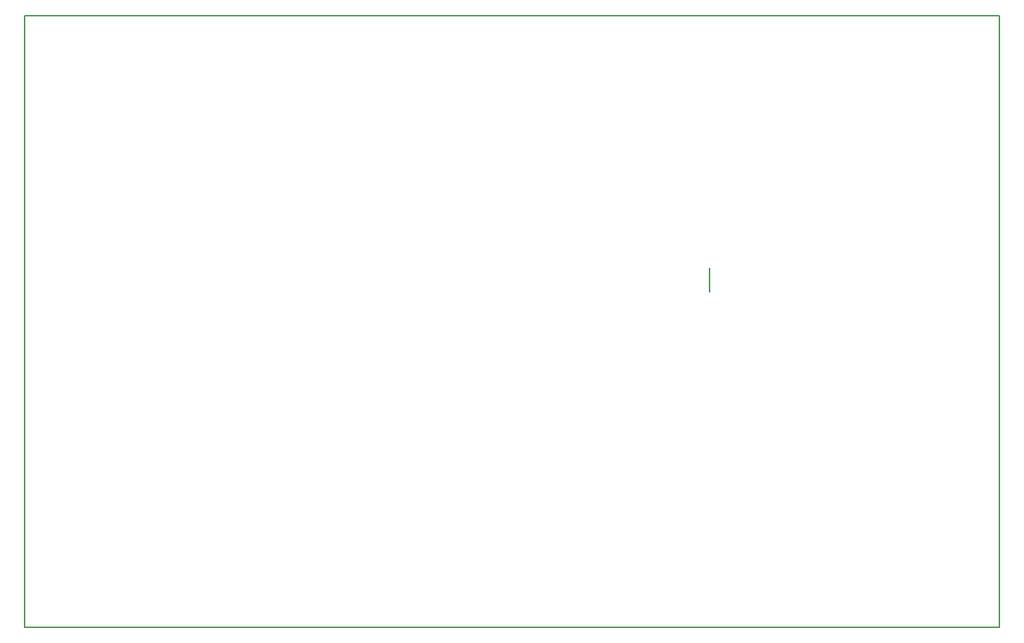
<source format=gbr>
G04 EAGLE Gerber RS-274X export*
G75*
%MOMM*%
%FSLAX34Y34*%
%LPD*%
%INSilkscreen Bottom*%
%IPPOS*%
%AMOC8*
5,1,8,0,0,1.08239X$1,22.5*%
G01*
%ADD10C,0.127000*%


D10*
X1207000Y0D02*
X1207000Y758000D01*
X0Y758000D01*
X0Y0D01*
X1207000Y0D01*
X847700Y415600D02*
X847700Y445600D01*
M02*

</source>
